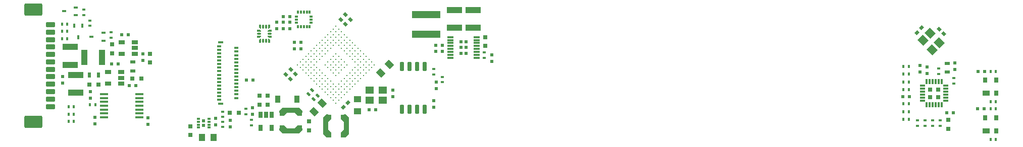
<source format=gbr>
G04 #@! TF.GenerationSoftware,KiCad,Pcbnew,6.0.9-8da3e8f707~117~ubuntu22.04.1*
G04 #@! TF.CreationDate,2023-01-10T20:00:55+01:00*
G04 #@! TF.ProjectId,CIS,4349532e-6b69-4636-9164-5f7063625858,2.1.0*
G04 #@! TF.SameCoordinates,PX5268310PY6353990*
G04 #@! TF.FileFunction,Paste,Top*
G04 #@! TF.FilePolarity,Positive*
%FSLAX46Y46*%
G04 Gerber Fmt 4.6, Leading zero omitted, Abs format (unit mm)*
G04 Created by KiCad (PCBNEW 6.0.9-8da3e8f707~117~ubuntu22.04.1) date 2023-01-10 20:00:55*
%MOMM*%
%LPD*%
G01*
G04 APERTURE LIST*
G04 Aperture macros list*
%AMRoundRect*
0 Rectangle with rounded corners*
0 $1 Rounding radius*
0 $2 $3 $4 $5 $6 $7 $8 $9 X,Y pos of 4 corners*
0 Add a 4 corners polygon primitive as box body*
4,1,4,$2,$3,$4,$5,$6,$7,$8,$9,$2,$3,0*
0 Add four circle primitives for the rounded corners*
1,1,$1+$1,$2,$3*
1,1,$1+$1,$4,$5*
1,1,$1+$1,$6,$7*
1,1,$1+$1,$8,$9*
0 Add four rect primitives between the rounded corners*
20,1,$1+$1,$2,$3,$4,$5,0*
20,1,$1+$1,$4,$5,$6,$7,0*
20,1,$1+$1,$6,$7,$8,$9,0*
20,1,$1+$1,$8,$9,$2,$3,0*%
%AMRotRect*
0 Rectangle, with rotation*
0 The origin of the aperture is its center*
0 $1 length*
0 $2 width*
0 $3 Rotation angle, in degrees counterclockwise*
0 Add horizontal line*
21,1,$1,$2,0,0,$3*%
%AMOutline4P*
0 Free polygon, 4 corners , with rotation*
0 The origin of the aperture is its center*
0 number of corners: always 4*
0 $1 to $8 corner X, Y*
0 $9 Rotation angle, in degrees counterclockwise*
0 create outline with 4 corners*
4,1,4,$1,$2,$3,$4,$5,$6,$7,$8,$1,$2,$9*%
%AMFreePoly0*
4,1,48,0.036020,0.199191,0.037970,0.199714,0.040958,0.198321,0.057086,0.195477,0.069630,0.184951,0.084467,0.178033,0.290533,-0.028033,0.293203,-0.031847,0.294953,-0.032857,0.296081,-0.035957,0.305473,-0.049370,0.306900,-0.065680,0.312500,-0.081066,0.312500,-0.125000,0.310782,-0.134742,0.311361,-0.138024,0.309695,-0.140910,0.307977,-0.150652,0.295451,-0.165579,0.285709,-0.182453,
0.279350,-0.184767,0.275000,-0.189952,0.255809,-0.193336,0.237500,-0.200000,-0.237500,-0.200000,-0.247242,-0.198282,-0.250524,-0.198861,-0.253410,-0.197195,-0.263152,-0.195477,-0.278079,-0.182951,-0.294953,-0.173209,-0.297267,-0.166850,-0.302452,-0.162500,-0.305836,-0.143309,-0.312500,-0.125000,-0.312500,0.125000,-0.310782,0.134742,-0.311361,0.138024,-0.309695,0.140910,-0.307977,0.150652,
-0.295451,0.165579,-0.285709,0.182453,-0.279350,0.184767,-0.275000,0.189952,-0.255809,0.193336,-0.237500,0.200000,0.031434,0.200000,0.036020,0.199191,0.036020,0.199191,$1*%
%AMFreePoly1*
4,1,48,0.247242,0.198282,0.250524,0.198861,0.253410,0.197195,0.263152,0.195477,0.278079,0.182951,0.294953,0.173209,0.297267,0.166850,0.302452,0.162500,0.305836,0.143309,0.312500,0.125000,0.312500,0.081066,0.311691,0.076480,0.312214,0.074529,0.310820,0.071540,0.307977,0.055414,0.297452,0.042871,0.290533,0.028033,0.084467,-0.178033,0.080653,-0.180703,0.079643,-0.182453,
0.076543,-0.183581,0.063130,-0.192973,0.046819,-0.194400,0.031434,-0.200000,-0.237500,-0.200000,-0.247242,-0.198282,-0.250524,-0.198861,-0.253410,-0.197195,-0.263152,-0.195477,-0.278079,-0.182951,-0.294953,-0.173209,-0.297267,-0.166850,-0.302452,-0.162500,-0.305836,-0.143309,-0.312500,-0.125000,-0.312500,0.125000,-0.310782,0.134742,-0.311361,0.138024,-0.309695,0.140910,-0.307977,0.150652,
-0.295451,0.165579,-0.285709,0.182453,-0.279350,0.184767,-0.275000,0.189952,-0.255809,0.193336,-0.237500,0.200000,0.237500,0.200000,0.247242,0.198282,0.247242,0.198282,$1*%
%AMFreePoly2*
4,1,48,0.134742,0.310782,0.138024,0.311361,0.140910,0.309695,0.150652,0.307977,0.165579,0.295451,0.182453,0.285709,0.184767,0.279350,0.189952,0.275000,0.193336,0.255809,0.200000,0.237500,0.200000,-0.237500,0.198282,-0.247242,0.198861,-0.250524,0.197195,-0.253410,0.195477,-0.263152,0.182951,-0.278079,0.173209,-0.294953,0.166850,-0.297267,0.162500,-0.302452,0.143309,-0.305836,
0.125000,-0.312500,-0.125000,-0.312500,-0.134742,-0.310782,-0.138024,-0.311361,-0.140910,-0.309695,-0.150652,-0.307977,-0.165579,-0.295451,-0.182453,-0.285709,-0.184767,-0.279350,-0.189952,-0.275000,-0.193336,-0.255809,-0.200000,-0.237500,-0.200000,0.031434,-0.199191,0.036020,-0.199714,0.037970,-0.198321,0.040958,-0.195477,0.057086,-0.184951,0.069630,-0.178033,0.084467,0.028033,0.290533,
0.031847,0.293203,0.032857,0.294953,0.035957,0.296081,0.049370,0.305473,0.065680,0.306900,0.081066,0.312500,0.125000,0.312500,0.134742,0.310782,0.134742,0.310782,$1*%
%AMFreePoly3*
4,1,48,-0.076480,0.311691,-0.074530,0.312214,-0.071542,0.310821,-0.055414,0.307977,-0.042870,0.297451,-0.028033,0.290533,0.178033,0.084467,0.180703,0.080653,0.182453,0.079643,0.183581,0.076543,0.192973,0.063130,0.194400,0.046820,0.200000,0.031434,0.200000,-0.237500,0.198282,-0.247242,0.198861,-0.250524,0.197195,-0.253410,0.195477,-0.263152,0.182951,-0.278079,0.173209,-0.294953,
0.166850,-0.297267,0.162500,-0.302452,0.143309,-0.305836,0.125000,-0.312500,-0.125000,-0.312500,-0.134742,-0.310782,-0.138024,-0.311361,-0.140910,-0.309695,-0.150652,-0.307977,-0.165579,-0.295451,-0.182453,-0.285709,-0.184767,-0.279350,-0.189952,-0.275000,-0.193336,-0.255809,-0.200000,-0.237500,-0.200000,0.237500,-0.198282,0.247242,-0.198861,0.250524,-0.197195,0.253410,-0.195477,0.263152,
-0.182951,0.278079,-0.173209,0.294953,-0.166850,0.297267,-0.162500,0.302452,-0.143309,0.305836,-0.125000,0.312500,-0.081066,0.312500,-0.076480,0.311691,-0.076480,0.311691,$1*%
%AMFreePoly4*
4,1,48,0.247242,0.198282,0.250524,0.198861,0.253410,0.197195,0.263152,0.195477,0.278079,0.182951,0.294953,0.173209,0.297267,0.166850,0.302452,0.162500,0.305836,0.143309,0.312500,0.125000,0.312500,-0.125000,0.310782,-0.134742,0.311361,-0.138024,0.309695,-0.140910,0.307977,-0.150652,0.295451,-0.165579,0.285709,-0.182453,0.279350,-0.184767,0.275000,-0.189952,0.255809,-0.193336,
0.237500,-0.200000,-0.031434,-0.200000,-0.036020,-0.199191,-0.037971,-0.199714,-0.040960,-0.198320,-0.057086,-0.195477,-0.069629,-0.184952,-0.084467,-0.178033,-0.290533,0.028033,-0.293203,0.031847,-0.294953,0.032857,-0.296081,0.035957,-0.305473,0.049370,-0.306900,0.065681,-0.312500,0.081066,-0.312500,0.125000,-0.310782,0.134742,-0.311361,0.138024,-0.309695,0.140910,-0.307977,0.150652,
-0.295451,0.165579,-0.285709,0.182453,-0.279350,0.184767,-0.275000,0.189952,-0.255809,0.193336,-0.237500,0.200000,0.237500,0.200000,0.247242,0.198282,0.247242,0.198282,$1*%
%AMFreePoly5*
4,1,48,0.247242,0.198282,0.250524,0.198861,0.253410,0.197195,0.263152,0.195477,0.278079,0.182951,0.294953,0.173209,0.297267,0.166850,0.302452,0.162500,0.305836,0.143309,0.312500,0.125000,0.312500,-0.125000,0.310782,-0.134742,0.311361,-0.138024,0.309695,-0.140910,0.307977,-0.150652,0.295451,-0.165579,0.285709,-0.182453,0.279350,-0.184767,0.275000,-0.189952,0.255809,-0.193336,
0.237500,-0.200000,-0.237500,-0.200000,-0.247242,-0.198282,-0.250524,-0.198861,-0.253410,-0.197195,-0.263152,-0.195477,-0.278079,-0.182951,-0.294953,-0.173209,-0.297267,-0.166850,-0.302452,-0.162500,-0.305836,-0.143309,-0.312500,-0.125000,-0.312500,-0.081066,-0.311691,-0.076480,-0.312214,-0.074530,-0.310821,-0.071542,-0.307977,-0.055414,-0.297451,-0.042870,-0.290533,-0.028033,-0.084467,0.178033,
-0.080653,0.180703,-0.079643,0.182453,-0.076543,0.183581,-0.063130,0.192973,-0.046820,0.194400,-0.031434,0.200000,0.237500,0.200000,0.247242,0.198282,0.247242,0.198282,$1*%
%AMFreePoly6*
4,1,48,0.134742,0.310782,0.138024,0.311361,0.140910,0.309695,0.150652,0.307977,0.165579,0.295451,0.182453,0.285709,0.184767,0.279350,0.189952,0.275000,0.193336,0.255809,0.200000,0.237500,0.200000,-0.031434,0.199191,-0.036020,0.199714,-0.037971,0.198320,-0.040960,0.195477,-0.057086,0.184952,-0.069629,0.178033,-0.084467,-0.028033,-0.290533,-0.031847,-0.293203,-0.032857,-0.294953,
-0.035957,-0.296081,-0.049370,-0.305473,-0.065681,-0.306900,-0.081066,-0.312500,-0.125000,-0.312500,-0.134742,-0.310782,-0.138024,-0.311361,-0.140910,-0.309695,-0.150652,-0.307977,-0.165579,-0.295451,-0.182453,-0.285709,-0.184767,-0.279350,-0.189952,-0.275000,-0.193336,-0.255809,-0.200000,-0.237500,-0.200000,0.237500,-0.198282,0.247242,-0.198861,0.250524,-0.197195,0.253410,-0.195477,0.263152,
-0.182951,0.278079,-0.173209,0.294953,-0.166850,0.297267,-0.162500,0.302452,-0.143309,0.305836,-0.125000,0.312500,0.125000,0.312500,0.134742,0.310782,0.134742,0.310782,$1*%
%AMFreePoly7*
4,1,48,0.134742,0.310782,0.138024,0.311361,0.140910,0.309695,0.150652,0.307977,0.165579,0.295451,0.182453,0.285709,0.184767,0.279350,0.189952,0.275000,0.193336,0.255809,0.200000,0.237500,0.200000,-0.237500,0.198282,-0.247242,0.198861,-0.250524,0.197195,-0.253410,0.195477,-0.263152,0.182951,-0.278079,0.173209,-0.294953,0.166850,-0.297267,0.162500,-0.302452,0.143309,-0.305836,
0.125000,-0.312500,0.081066,-0.312500,0.076480,-0.311691,0.074529,-0.312214,0.071540,-0.310820,0.055414,-0.307977,0.042871,-0.297452,0.028033,-0.290533,-0.178033,-0.084467,-0.180703,-0.080653,-0.182453,-0.079643,-0.183581,-0.076543,-0.192973,-0.063130,-0.194400,-0.046819,-0.200000,-0.031434,-0.200000,0.237500,-0.198282,0.247242,-0.198861,0.250524,-0.197195,0.253410,-0.195477,0.263152,
-0.182951,0.278079,-0.173209,0.294953,-0.166850,0.297267,-0.162500,0.302452,-0.143309,0.305836,-0.125000,0.312500,0.125000,0.312500,0.134742,0.310782,0.134742,0.310782,$1*%
G04 Aperture macros list end*
%ADD10RotRect,0.400000X0.600000X225.000000*%
%ADD11RotRect,0.600000X0.500000X135.000000*%
%ADD12R,0.600000X0.500000*%
%ADD13R,0.400000X0.600000*%
%ADD14R,0.600000X0.400000*%
%ADD15R,0.900000X0.500000*%
%ADD16R,1.200000X0.900000*%
%ADD17R,0.800000X0.900000*%
%ADD18RotRect,0.600000X0.500000X45.000000*%
%ADD19R,0.500000X0.600000*%
%ADD20R,0.300000X0.850000*%
%ADD21R,0.850000X0.300000*%
%ADD22R,0.780000X0.780000*%
%ADD23RotRect,0.600000X0.500000X225.000000*%
%ADD24R,0.750000X0.800000*%
%ADD25R,1.000000X1.250000*%
%ADD26R,2.500000X1.000000*%
%ADD27R,1.250000X1.000000*%
%ADD28RotRect,1.000000X1.250000X225.000000*%
%ADD29R,4.700000X1.200000*%
%ADD30R,0.580000X0.775000*%
%ADD31R,0.310000X3.890000*%
%ADD32Outline4P,-0.280000X-1.945000X0.280000X-1.395000X0.280000X1.395000X-0.280000X1.945000X180.000000*%
%ADD33Outline4P,-0.290000X-0.594500X0.290000X-0.000500X0.290000X0.000500X-0.290000X0.594500X0.000000*%
%ADD34Outline4P,-0.290000X-0.594500X0.290000X-0.000500X0.290000X0.000500X-0.290000X0.594500X180.000000*%
%ADD35Outline4P,-0.280000X-1.945000X0.280000X-1.395000X0.280000X1.395000X-0.280000X1.945000X0.000000*%
%ADD36R,0.700000X0.450000*%
%ADD37R,0.450000X0.700000*%
%ADD38RotRect,0.400000X0.600000X45.000000*%
%ADD39R,1.000000X0.300000*%
%ADD40R,0.495000X0.570000*%
%ADD41R,1.450000X0.450000*%
%ADD42RotRect,1.400000X1.200000X315.000000*%
%ADD43R,1.060000X0.650000*%
%ADD44R,0.800000X0.750000*%
%ADD45R,0.500000X0.900000*%
%ADD46R,1.400000X1.200000*%
%ADD47C,0.250000*%
%ADD48R,0.500000X0.300000*%
%ADD49R,0.594000X0.480000*%
%ADD50RoundRect,0.087500X0.087500X-0.187500X0.087500X0.187500X-0.087500X0.187500X-0.087500X-0.187500X0*%
%ADD51RoundRect,0.087500X0.187500X-0.087500X0.187500X0.087500X-0.187500X0.087500X-0.187500X-0.087500X0*%
%ADD52Outline4P,-0.280000X-1.945000X0.280000X-1.395000X0.280000X1.395000X-0.280000X1.945000X270.000000*%
%ADD53Outline4P,-0.290000X-0.594500X0.290000X-0.000500X0.290000X0.000500X-0.290000X0.594500X90.000000*%
%ADD54R,0.775000X0.580000*%
%ADD55R,3.890000X0.310000*%
%ADD56Outline4P,-0.280000X-1.945000X0.280000X-1.395000X0.280000X1.395000X-0.280000X1.945000X90.000000*%
%ADD57Outline4P,-0.290000X-0.594500X0.290000X-0.000500X0.290000X0.000500X-0.290000X0.594500X270.000000*%
%ADD58R,0.650000X1.060000*%
%ADD59R,0.900000X1.200000*%
%ADD60RoundRect,0.200000X-0.600000X0.200000X-0.600000X-0.200000X0.600000X-0.200000X0.600000X0.200000X0*%
%ADD61RoundRect,0.250001X-1.249999X0.799999X-1.249999X-0.799999X1.249999X-0.799999X1.249999X0.799999X0*%
%ADD62R,0.800000X0.300000*%
%ADD63R,0.650000X0.300000*%
%ADD64R,0.950000X0.400000*%
%ADD65RoundRect,0.150000X-0.150000X0.650000X-0.150000X-0.650000X0.150000X-0.650000X0.150000X0.650000X0*%
%ADD66RotRect,1.000000X1.250000X45.000000*%
%ADD67R,1.000000X2.500000*%
%ADD68FreePoly0,90.000000*%
%ADD69RoundRect,0.100000X0.100000X-0.212500X0.100000X0.212500X-0.100000X0.212500X-0.100000X-0.212500X0*%
%ADD70FreePoly1,90.000000*%
%ADD71FreePoly2,90.000000*%
%ADD72RoundRect,0.100000X0.212500X-0.100000X0.212500X0.100000X-0.212500X0.100000X-0.212500X-0.100000X0*%
%ADD73FreePoly3,90.000000*%
%ADD74FreePoly4,90.000000*%
%ADD75FreePoly5,90.000000*%
%ADD76FreePoly6,90.000000*%
%ADD77FreePoly7,90.000000*%
G04 APERTURE END LIST*
D10*
X49018198Y9619638D03*
X48381802Y8983242D03*
D11*
X154908909Y19122531D03*
X154131091Y19900349D03*
D12*
X149150000Y8501440D03*
X148050000Y8501440D03*
D13*
X149050000Y7301440D03*
X148150000Y7301440D03*
X162745000Y6461440D03*
X163645000Y6461440D03*
X148150000Y9701440D03*
X149050000Y9701440D03*
X148150000Y12301440D03*
X149050000Y12301440D03*
X148150000Y11001440D03*
X149050000Y11001440D03*
X149050000Y13601440D03*
X148150000Y13601440D03*
X148150000Y4701440D03*
X149050000Y4701440D03*
X149050000Y6001440D03*
X148150000Y6001440D03*
D14*
X150500000Y3651440D03*
X150500000Y4551440D03*
X151800000Y3651440D03*
X151800000Y4551440D03*
X153050000Y4551440D03*
X153050000Y3651440D03*
D12*
X161645000Y6501440D03*
X160545000Y6501440D03*
X161745000Y12801440D03*
X160645000Y12801440D03*
D13*
X162745000Y12801440D03*
X163645000Y12801440D03*
D15*
X155500000Y14150040D03*
X155500000Y12650040D03*
D16*
X162005000Y2801440D03*
D17*
X163725000Y2801440D03*
X163725000Y5001440D03*
X161825000Y5001440D03*
D18*
X150431091Y19322531D03*
X151208909Y20100349D03*
D19*
X156800000Y13101440D03*
X156800000Y14201440D03*
D20*
X154550000Y11051440D03*
X154050000Y11051440D03*
X153550000Y11051440D03*
X153050000Y11051440D03*
X152550000Y11051440D03*
X152050000Y11051440D03*
D21*
X151350000Y10351440D03*
X151350000Y9851440D03*
X151350000Y9351440D03*
X151350000Y8851440D03*
X151350000Y8351440D03*
X151350000Y7851440D03*
D20*
X152050000Y7151440D03*
X152550000Y7151440D03*
X153050000Y7151440D03*
X153550000Y7151440D03*
X154050000Y7151440D03*
X154550000Y7151440D03*
D21*
X155250000Y7851440D03*
X155250000Y8351440D03*
X155250000Y8851440D03*
X155250000Y9351440D03*
X155250000Y9851440D03*
X155250000Y10351440D03*
D22*
X153950000Y8451440D03*
X153950000Y9751440D03*
X152650000Y9751440D03*
X152650000Y8451440D03*
D16*
X162005000Y9121440D03*
D17*
X163725000Y9121440D03*
X163725000Y11321440D03*
X161825000Y11321440D03*
D14*
X156600000Y11650040D03*
X156600000Y10750040D03*
D23*
X54988909Y7490349D03*
X54211091Y6712531D03*
D24*
X28600000Y2075040D03*
X28600000Y3575040D03*
D19*
X32800000Y3775040D03*
X32800000Y4875040D03*
D12*
X58550000Y6301440D03*
X59650000Y6301440D03*
D19*
X62500000Y8501440D03*
X62500000Y9601440D03*
D25*
X32500000Y1675040D03*
X30500000Y1675040D03*
D26*
X76000000Y20101440D03*
X76000000Y23101440D03*
X9400000Y9200040D03*
X9400000Y12200040D03*
D19*
X7200000Y11950040D03*
X7200000Y10850040D03*
X45300000Y19951440D03*
X45300000Y21051440D03*
X44200000Y21051440D03*
X44200000Y19951440D03*
D12*
X44150000Y22001440D03*
X45250000Y22001440D03*
D27*
X56600000Y6101440D03*
X56600000Y8101440D03*
D28*
X50707107Y7408547D03*
X49292893Y5994333D03*
D11*
X54588909Y20712531D03*
X53811091Y21490349D03*
X46188909Y12312531D03*
X45411091Y13090349D03*
D12*
X47150000Y16601440D03*
X46050000Y16601440D03*
D19*
X69800000Y9850040D03*
X69800000Y10950040D03*
D12*
X70800000Y17201440D03*
X69700000Y17201440D03*
D26*
X72900000Y20101440D03*
X72900000Y23101440D03*
D29*
X68100000Y19046440D03*
X68100000Y22356440D03*
D30*
X51960000Y5158440D03*
D31*
X51515000Y3601440D03*
D32*
X51080000Y3601440D03*
D33*
X51960000Y4771440D03*
X51960000Y2431440D03*
D30*
X51960000Y2044440D03*
X54040000Y2044440D03*
D34*
X54040000Y4771440D03*
D35*
X54920000Y3601440D03*
D34*
X54040000Y2431440D03*
D31*
X54485000Y3601440D03*
D30*
X54040000Y5159440D03*
D36*
X14000000Y17950040D03*
X14000000Y19250040D03*
X12000000Y18600040D03*
D37*
X10450000Y20500040D03*
X9150000Y20500040D03*
X9800000Y18500040D03*
D36*
X9400000Y22251440D03*
X9400000Y23551440D03*
X7400000Y22901440D03*
D14*
X34000000Y3426440D03*
X34000000Y4326440D03*
D13*
X8150000Y4400000D03*
X9050000Y4400000D03*
X9050000Y5600040D03*
X8150000Y5600040D03*
X9050000Y6800000D03*
X8150000Y6800000D03*
X11750000Y7200040D03*
X12650000Y7200040D03*
D14*
X15300000Y19350040D03*
X15300000Y18450040D03*
D13*
X7050000Y19501440D03*
X7950000Y19501440D03*
D14*
X11700000Y21350040D03*
X11700000Y20450040D03*
X10700000Y23151440D03*
X10700000Y22251440D03*
D13*
X7050000Y20701440D03*
X7950000Y20701440D03*
D14*
X154100000Y13251440D03*
X154100000Y12351440D03*
D38*
X49281802Y8083242D03*
X49918198Y8719638D03*
D39*
X76600000Y15051440D03*
X76600000Y15551440D03*
X76600000Y16051440D03*
X76600000Y16551440D03*
X76600000Y17051440D03*
X76600000Y17551440D03*
X76600000Y18051440D03*
X76600000Y18551440D03*
X72200000Y18551440D03*
X72200000Y18051440D03*
X72200000Y17551440D03*
X72200000Y17051440D03*
X72200000Y16551440D03*
X72200000Y16051440D03*
X72200000Y15551440D03*
X72200000Y15051440D03*
D40*
X74000000Y17751440D03*
X74800000Y16801440D03*
X74000000Y16801440D03*
X74800000Y17751440D03*
X74000000Y15851440D03*
X74800000Y15851440D03*
D41*
X20020000Y5050040D03*
X20020000Y5700040D03*
X20020000Y6350040D03*
X20020000Y7000040D03*
X20020000Y7650040D03*
X20020000Y8300040D03*
X20020000Y8950040D03*
X14120000Y8950040D03*
X14120000Y8300040D03*
X14120000Y7650040D03*
X14120000Y7000040D03*
X14120000Y6350040D03*
X14120000Y5700040D03*
X14120000Y5050040D03*
D42*
X151421142Y17978217D03*
X152976777Y16422582D03*
X154178858Y17624663D03*
X152623223Y19180298D03*
D12*
X37970000Y11311440D03*
X39070000Y11311440D03*
X69700000Y16111440D03*
X70800000Y16111440D03*
D14*
X34000000Y5126440D03*
X34000000Y6026440D03*
D24*
X78000000Y18551440D03*
X78000000Y17051440D03*
X41550000Y7166440D03*
X41550000Y8666440D03*
D19*
X43100000Y21051440D03*
X43100000Y19951440D03*
D11*
X45388909Y11512531D03*
X44611091Y12290349D03*
D12*
X47150000Y17701440D03*
X46050000Y17701440D03*
D43*
X17000000Y10750040D03*
X17000000Y11700040D03*
X17000000Y12650040D03*
X14800000Y12650040D03*
X14800000Y10750040D03*
D44*
X18850000Y11600040D03*
X20350000Y11600040D03*
D45*
X13150000Y12200040D03*
X11650000Y12200040D03*
D12*
X19450000Y10400040D03*
X18350000Y10400040D03*
D24*
X21800000Y15750040D03*
X21800000Y14250040D03*
D15*
X18900000Y12850040D03*
X18900000Y14350040D03*
D11*
X55388909Y21512531D03*
X54611091Y22290349D03*
D46*
X58600000Y7951440D03*
X60800000Y7951440D03*
X60800000Y9651440D03*
X58600000Y9651440D03*
D47*
X53000000Y7466768D03*
X52540211Y7926557D03*
X52080422Y8386347D03*
X51620633Y8846136D03*
X51160844Y9305925D03*
X50701054Y9765714D03*
X50241265Y10225503D03*
X49781476Y10685292D03*
X49321687Y11145081D03*
X48861898Y11604870D03*
X48402109Y12064659D03*
X47942320Y12524449D03*
X47482531Y12984238D03*
X47022742Y13444027D03*
X46562952Y13903816D03*
X53459789Y7926557D03*
X53000000Y8386347D03*
X52540211Y8846136D03*
X52080422Y9305925D03*
X51620633Y9765714D03*
X51160844Y10225503D03*
X50701054Y10685292D03*
X50241265Y11145081D03*
X49781476Y11604870D03*
X49321687Y12064659D03*
X48861898Y12524449D03*
X48402109Y12984238D03*
X47942320Y13444027D03*
X47482531Y13903816D03*
X47022742Y14363605D03*
X53919578Y8386347D03*
X53459789Y8846136D03*
X53000000Y9305925D03*
X52540211Y9765714D03*
X52080422Y10225503D03*
X51620633Y10685292D03*
X51160844Y11145081D03*
X50701054Y11604870D03*
X50241265Y12064659D03*
X49781476Y12524449D03*
X49321687Y12984238D03*
X48861898Y13444027D03*
X48402109Y13903816D03*
X47942320Y14363605D03*
X47482531Y14823394D03*
X54379367Y8846136D03*
X53919578Y9305925D03*
X53459789Y9765714D03*
X53000000Y10225503D03*
X52540211Y10685292D03*
X52080422Y11145081D03*
X51620633Y11604870D03*
X51160844Y12064659D03*
X50701054Y12524449D03*
X50241265Y12984238D03*
X49781476Y13444027D03*
X49321687Y13903816D03*
X48861898Y14363605D03*
X48402109Y14823394D03*
X47942320Y15283183D03*
X54839156Y9305925D03*
X54379367Y9765714D03*
X53919578Y10225503D03*
X53459789Y10685292D03*
X49781476Y14363605D03*
X49321687Y14823394D03*
X48861898Y15283183D03*
X48402109Y15742972D03*
X55298946Y9765714D03*
X54839156Y10225503D03*
X54379367Y10685292D03*
X53919578Y11145081D03*
X53000000Y12064659D03*
X52540211Y12524449D03*
X52080422Y12984238D03*
X51620633Y13444027D03*
X51160844Y13903816D03*
X50241265Y14823394D03*
X49781476Y15283183D03*
X49321687Y15742972D03*
X48861898Y16202761D03*
X55758735Y10225503D03*
X55298946Y10685292D03*
X54839156Y11145081D03*
X54379367Y11604870D03*
X53459789Y12524449D03*
X53000000Y12984238D03*
X52540211Y13444027D03*
X52080422Y13903816D03*
X51620633Y14363605D03*
X50701054Y15283183D03*
X50241265Y15742972D03*
X49781476Y16202761D03*
X49321687Y16662551D03*
X56218524Y10685292D03*
X55758735Y11145081D03*
X55298946Y11604870D03*
X54839156Y12064659D03*
X53919578Y12984238D03*
X53459789Y13444027D03*
X53000000Y13903816D03*
X52540211Y14363605D03*
X52080422Y14823394D03*
X51160844Y15742972D03*
X50701054Y16202761D03*
X50241265Y16662551D03*
X49781476Y17122340D03*
X56678313Y11145081D03*
X56218524Y11604870D03*
X55758735Y12064659D03*
X55298946Y12524449D03*
X54379367Y13444027D03*
X53919578Y13903816D03*
X53459789Y14363605D03*
X53000000Y14823394D03*
X52540211Y15283183D03*
X51620633Y16202761D03*
X51160844Y16662551D03*
X50701054Y17122340D03*
X50241265Y17582129D03*
X57138102Y11604870D03*
X56678313Y12064659D03*
X56218524Y12524449D03*
X55758735Y12984238D03*
X54839156Y13903816D03*
X54379367Y14363605D03*
X53919578Y14823394D03*
X53459789Y15283183D03*
X53000000Y15742972D03*
X52080422Y16662551D03*
X51620633Y17122340D03*
X51160844Y17582129D03*
X50701054Y18041918D03*
X57597891Y12064659D03*
X57138102Y12524449D03*
X56678313Y12984238D03*
X56218524Y13444027D03*
X52540211Y17122340D03*
X52080422Y17582129D03*
X51620633Y18041918D03*
X51160844Y18501707D03*
X58057680Y12524449D03*
X57597891Y12984238D03*
X57138102Y13444027D03*
X56678313Y13903816D03*
X56218524Y14363605D03*
X55758735Y14823394D03*
X55298946Y15283183D03*
X54839156Y15742972D03*
X54379367Y16202761D03*
X53919578Y16662551D03*
X53459789Y17122340D03*
X53000000Y17582129D03*
X52540211Y18041918D03*
X52080422Y18501707D03*
X51620633Y18961496D03*
X58517469Y12984238D03*
X58057680Y13444027D03*
X57597891Y13903816D03*
X57138102Y14363605D03*
X56678313Y14823394D03*
X56218524Y15283183D03*
X55758735Y15742972D03*
X55298946Y16202761D03*
X54839156Y16662551D03*
X54379367Y17122340D03*
X53919578Y17582129D03*
X53459789Y18041918D03*
X53000000Y18501707D03*
X52540211Y18961496D03*
X52080422Y19421285D03*
X58977258Y13444027D03*
X58517469Y13903816D03*
X58057680Y14363605D03*
X57597891Y14823394D03*
X57138102Y15283183D03*
X56678313Y15742972D03*
X56218524Y16202761D03*
X55758735Y16662551D03*
X55298946Y17122340D03*
X54839156Y17582129D03*
X54379367Y18041918D03*
X53919578Y18501707D03*
X53459789Y18961496D03*
X53000000Y19421285D03*
X52540211Y19881074D03*
X59437048Y13903816D03*
X58977258Y14363605D03*
X58517469Y14823394D03*
X58057680Y15283183D03*
X57597891Y15742972D03*
X57138102Y16202761D03*
X56678313Y16662551D03*
X56218524Y17122340D03*
X55758735Y17582129D03*
X55298946Y18041918D03*
X54839156Y18501707D03*
X54379367Y18961496D03*
X53919578Y19421285D03*
X53459789Y19881074D03*
X53000000Y20340863D03*
D13*
X162745000Y7661440D03*
X163645000Y7661440D03*
X162740000Y1321440D03*
X163640000Y1321440D03*
D12*
X155400000Y5851440D03*
X156500000Y5851440D03*
D24*
X155700000Y4601440D03*
X155700000Y3101440D03*
D19*
X21500000Y4950040D03*
X21500000Y3850040D03*
D48*
X31700000Y3325040D03*
X31700000Y3825040D03*
X31700000Y4325040D03*
X31700000Y4825040D03*
X29900000Y4825040D03*
X29900000Y4325040D03*
X29900000Y3825040D03*
X29900000Y3325040D03*
D49*
X30800000Y4475040D03*
X30800000Y3675040D03*
D19*
X79120000Y14451440D03*
X79120000Y15551440D03*
D14*
X77900000Y15951440D03*
X77900000Y15051440D03*
D50*
X46600000Y20276440D03*
X47100000Y20276440D03*
X47600000Y20276440D03*
X48100000Y20276440D03*
X48600000Y20276440D03*
D51*
X48825000Y21001440D03*
X48825000Y21501440D03*
X48825000Y22001440D03*
D50*
X48600000Y22726440D03*
X48100000Y22726440D03*
X47600000Y22726440D03*
X47100000Y22726440D03*
X46600000Y22726440D03*
D51*
X46375000Y22001440D03*
X46375000Y21501440D03*
X46375000Y21001440D03*
D19*
X39000000Y6666440D03*
X39000000Y5566440D03*
D52*
X45440900Y2596440D03*
D53*
X44270900Y3476440D03*
D54*
X43883900Y3476440D03*
D55*
X45440900Y3031440D03*
D54*
X46997900Y3476440D03*
D53*
X46610900Y3476440D03*
D56*
X45440900Y6436440D03*
D55*
X45440900Y6001440D03*
D57*
X44270900Y5556440D03*
X46610900Y5556440D03*
D54*
X43882900Y5556440D03*
X46997900Y5556440D03*
D58*
X42250000Y5516440D03*
X41300000Y5516440D03*
X40350000Y5516440D03*
X40350000Y3316440D03*
X42250000Y3316440D03*
D24*
X40150000Y7166440D03*
X40150000Y8666440D03*
D44*
X35210000Y5850040D03*
X36710000Y5850040D03*
D59*
X43190900Y8116440D03*
X46490900Y8116440D03*
D24*
X48440900Y4361440D03*
X48440900Y2861440D03*
D19*
X11800000Y9350040D03*
X11800000Y8250040D03*
D13*
X7050000Y18301440D03*
X7950000Y18301440D03*
D19*
X12620000Y5050040D03*
X12620000Y3950040D03*
D60*
X5150000Y20626440D03*
X5150000Y19376440D03*
X5150000Y18126440D03*
X5150000Y16876440D03*
X5150000Y15626440D03*
X5150000Y14376440D03*
X5150000Y13126440D03*
X5150000Y11876440D03*
X5150000Y10626440D03*
X5150000Y9376440D03*
X5150000Y8126440D03*
X5150000Y6876440D03*
D61*
X2250000Y4326440D03*
X2250000Y23176440D03*
D62*
X33425000Y8010040D03*
D63*
X36300000Y8310040D03*
D62*
X33425000Y8610040D03*
D63*
X36300000Y8910040D03*
D62*
X33425000Y9210040D03*
D63*
X36300000Y9510040D03*
D62*
X33425000Y9810040D03*
D63*
X36300000Y10110040D03*
D62*
X33425000Y10410040D03*
D63*
X36300000Y10710040D03*
D64*
X33700000Y7310040D03*
D62*
X33425000Y11010040D03*
D64*
X33700000Y17710040D03*
D63*
X36300000Y11310040D03*
D62*
X33425000Y11610040D03*
D63*
X36300000Y11910040D03*
D62*
X33425000Y12210040D03*
D63*
X36300000Y12510040D03*
D62*
X33425000Y12810040D03*
D63*
X36300000Y13110040D03*
D62*
X33425000Y13410040D03*
D63*
X36300000Y13710040D03*
D62*
X33425000Y14010040D03*
D63*
X36300000Y14310040D03*
D62*
X33425000Y14610040D03*
D63*
X36300000Y14910040D03*
D62*
X33425000Y15210040D03*
D63*
X36300000Y15510040D03*
D62*
X33425000Y15810040D03*
D63*
X36300000Y16110040D03*
D62*
X33425000Y16410040D03*
D63*
X36300000Y16710040D03*
D62*
X33425000Y17010040D03*
D14*
X154300000Y3650040D03*
X154300000Y4550040D03*
X70800000Y10950040D03*
X70800000Y11850040D03*
X38850000Y4616440D03*
X38850000Y3716440D03*
X37870000Y6466440D03*
X37870000Y5566440D03*
D19*
X69400000Y6750040D03*
X69400000Y7850040D03*
X20600000Y14650040D03*
X20600000Y15750040D03*
X35250000Y4575040D03*
X35250000Y3475040D03*
D65*
X67905000Y13600040D03*
X66635000Y13600040D03*
X65365000Y13600040D03*
X64095000Y13600040D03*
X64095000Y6400040D03*
X65365000Y6400040D03*
X66635000Y6400040D03*
X67905000Y6400040D03*
D19*
X152100000Y12451440D03*
X152100000Y13551440D03*
D12*
X15350000Y14000040D03*
X16450000Y14000040D03*
D26*
X8400000Y13900040D03*
X8400000Y16900040D03*
D12*
X17080000Y18970040D03*
X18180000Y18970040D03*
D66*
X60492893Y12492933D03*
X61907107Y13907147D03*
D44*
X13150000Y10600040D03*
X11650000Y10600040D03*
D19*
X150900000Y13751440D03*
X150900000Y12651440D03*
D24*
X15500000Y15850040D03*
X15500000Y17350040D03*
D43*
X19300000Y15750040D03*
X19300000Y16700040D03*
X19300000Y17650040D03*
X17100000Y17650040D03*
X17100000Y15750040D03*
D67*
X13800000Y15100040D03*
X10800000Y15100040D03*
D14*
X69400000Y13150040D03*
X69400000Y12250040D03*
D68*
X40250000Y17937540D03*
D69*
X40750000Y17937540D03*
X41250000Y17937540D03*
D70*
X41750000Y17937540D03*
D71*
X41912500Y18600040D03*
D72*
X41912500Y19100040D03*
D73*
X41912500Y19600040D03*
D74*
X41750000Y20262540D03*
D69*
X41250000Y20262540D03*
X40750000Y20262540D03*
D75*
X40250000Y20262540D03*
D76*
X40087500Y19600040D03*
D72*
X40087500Y19100040D03*
D77*
X40087500Y18600040D03*
M02*

</source>
